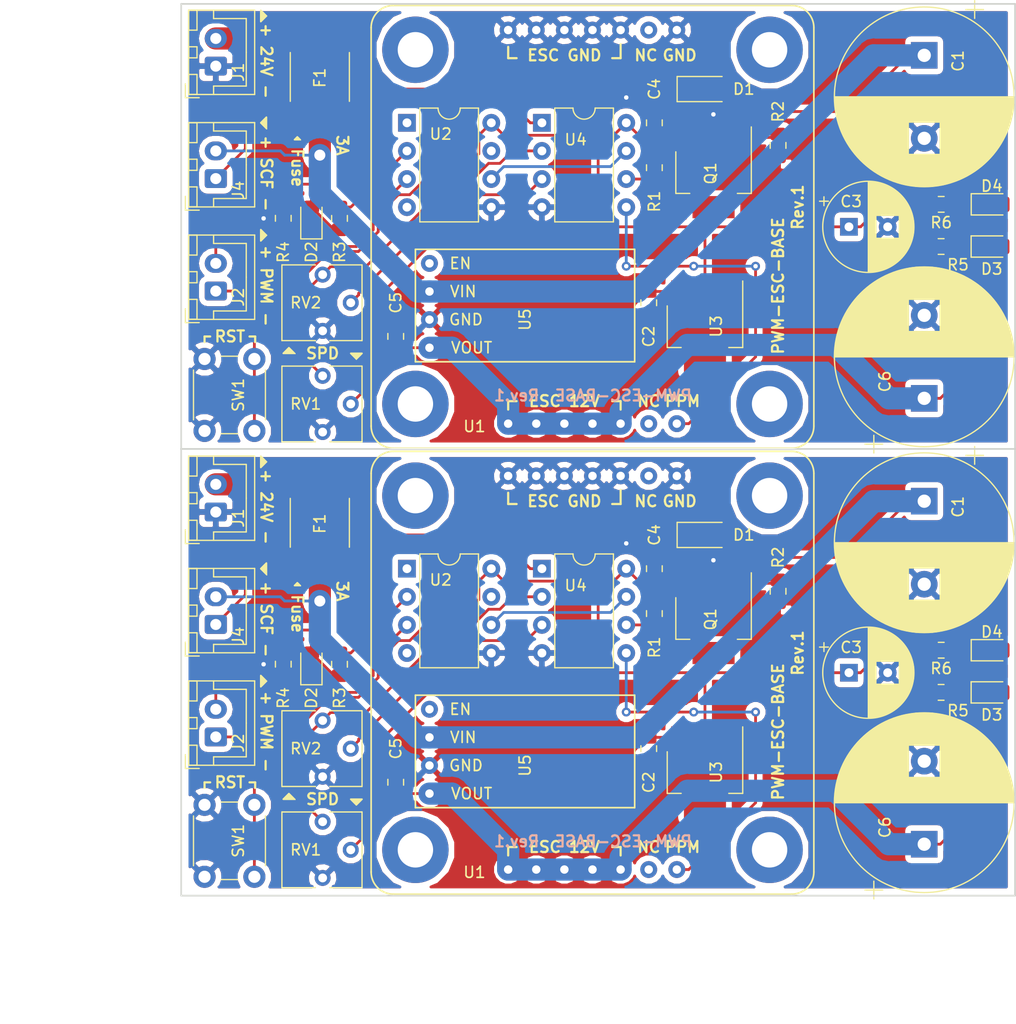
<source format=kicad_pcb>
(kicad_pcb (version 20171130) (host pcbnew 5.0.2+dfsg1-1)
  (layers (0 F.Cu signal) (31 B.Cu signal) (34 B.Paste user) (35 F.Paste user) (36 B.SilkS user) (37 F.SilkS user) (38 B.Mask user) (39 F.Mask user) (44 Edge.Cuts user))
  (net 0 "")
  (net 1 GND)
  (net 2 24V)
  (net 3 5V)
  (net 4 12V)
  (net 5 "Net-(D1-Pad1)")
  (net 6 "Net-(D2-Pad1)")
  (net 7 "Net-(D3-Pad1)")
  (net 8 "Net-(D4-Pad1)")
  (net 9 "Net-(F1-Pad2)")
  (net 10 "Net-(Q1-Pad1)")
  (net 11 FAN)
  (net 12 "Net-(RV1-Pad2)")
  (net 13 "Net-(RV2-Pad2)")
  (net 14 "Net-(SW1-Pad1)")
  (net 15 PPM)
  (net 16 PWM)
  (net 17 "Net-(R3-Pad1)")
  (net 18 "Net-(J2-Pad1)")
  (module Fuse:Fuse_2920_7451Metric_Pad2.10x5.45mm_HandSolder (layer F.Cu) (at 122.174 128.593002 90)
    (fp_text reference F1 (at -0.081 0 90) (layer F.SilkS))
    (fp_text value Fuse)
    (pad 2 smd roundrect (at 3.475 0 90) (size 2.1 5.45) (layers F.Cu F.Paste F.Mask) (roundrect_rratio 0.119048) (net 9 "Net-(F1-Pad2)"))
    (pad 1 smd roundrect (at -3.475 0 90) (size 2.1 5.45) (layers F.Cu F.Paste F.Mask) (roundrect_rratio 0.119048) (net 2 24V))
  )
  (module custom-footprints:4010-fan-ESC (layer F.Cu) (at 146.81 142.138002)
    (fp_text reference U1 (at -10.666 18.032) (layer F.SilkS))
    (fp_text value 4010-fan-ESC)
    (pad 14 thru_hole circle (at 7.62 17.78) (size 1.524 1.524) (drill 0.762) (layers *.Cu *.Mask) (net 15 PPM))
    (pad 13 thru_hole circle (at 5.08 17.78) (size 1.524 1.524) (drill 0.762) (layers *.Cu *.Mask))
    (pad 12 thru_hole circle (at 2.54 17.78) (size 1.524 1.524) (drill 0.762) (layers *.Cu *.Mask) (net 4 12V))
    (pad 11 thru_hole circle (at 0 17.78) (size 1.524 1.524) (drill 0.762) (layers *.Cu *.Mask) (net 4 12V))
    (pad 10 thru_hole circle (at -2.54 17.78) (size 1.524 1.524) (drill 0.762) (layers *.Cu *.Mask) (net 4 12V))
    (pad 9 thru_hole circle (at -5.08 17.78) (size 1.524 1.524) (drill 0.762) (layers *.Cu *.Mask) (net 4 12V))
    (pad 8 thru_hole circle (at -7.62 17.78) (size 1.524 1.524) (drill 0.762) (layers *.Cu *.Mask) (net 4 12V))
    (pad 7 thru_hole circle (at 7.62 -17.78) (size 1.524 1.524) (drill 0.762) (layers *.Cu *.Mask) (net 1 GND))
    (pad 6 thru_hole circle (at 5.08 -17.78) (size 1.524 1.524) (drill 0.762) (layers *.Cu *.Mask))
    (pad 5 thru_hole circle (at 2.54 -17.78) (size 1.524 1.524) (drill 0.762) (layers *.Cu *.Mask) (net 1 GND))
    (pad 4 thru_hole circle (at 0 -17.78) (size 1.524 1.524) (drill 0.762) (layers *.Cu *.Mask) (net 1 GND))
    (pad 3 thru_hole circle (at -2.54 -17.78) (size 1.524 1.524) (drill 0.762) (layers *.Cu *.Mask) (net 1 GND))
    (pad 2 thru_hole circle (at -5.08 -17.78) (size 1.524 1.524) (drill 0.762) (layers *.Cu *.Mask) (net 1 GND))
    (pad 1 thru_hole circle (at -7.62 -17.78) (size 1.524 1.524) (drill 0.762) (layers *.Cu *.Mask) (net 1 GND))
    (pad "" thru_hole circle (at -16 16) (size 6 6) (drill 3.2) (layers *.Cu *.Mask))
    (pad "" thru_hole circle (at 16 -16) (size 6 6) (drill 3.2) (layers *.Cu *.Mask))
    (pad "" thru_hole circle (at -16 -16) (size 6 6) (drill 3.2) (layers *.Cu *.Mask))
    (pad "" thru_hole circle (at 16 16) (size 6 6) (drill 3.2) (layers *.Cu *.Mask))
  )
  (module LED_SMD:LED_1206_3216Metric_Pad1.42x1.75mm_HandSolder (layer F.Cu) (at 156.9175 129.690002)
    (fp_text reference D1 (at 3.565 0) (layer F.SilkS))
    (fp_text value 1N4148)
    (pad 2 smd roundrect (at 1.4875 0) (size 1.425 1.75) (layers F.Cu F.Paste F.Mask) (roundrect_rratio 0.175439) (net 2 24V))
    (pad 1 smd roundrect (at -1.4875 0) (size 1.425 1.75) (layers F.Cu F.Paste F.Mask) (roundrect_rratio 0.175439) (net 5 "Net-(D1-Pad1)"))
  )
  (module custom-footprints:Buck-converter-3A (layer F.Cu) (at 132.08 147.978002 270)
    (fp_text reference U5 (at 2.54 -8.636 270) (layer F.SilkS))
    (fp_text value buck-converter-3A)
    (fp_text user VOUT (at 5.08 -3.81) (layer F.SilkS))
    (fp_text user GND (at 2.54 -3.302) (layer F.SilkS))
    (fp_text user VIN (at 0 -3.048 180) (layer F.SilkS))
    (fp_text user EN (at -2.54 -2.794) (layer F.SilkS))
    (pad 4 thru_hole circle (at 5.08 0 270) (size 1.524 1.524) (drill 0.762) (layers *.Cu *.Mask) (net 4 12V))
    (pad 3 thru_hole circle (at 2.54 0 270) (size 1.524 1.524) (drill 0.762) (layers *.Cu *.Mask) (net 1 GND))
    (pad 2 thru_hole circle (at 0 0 270) (size 1.524 1.524) (drill 0.762) (layers *.Cu *.Mask) (net 2 24V))
    (pad 1 thru_hole circle (at -2.54 0 270) (size 1.524 1.524) (drill 0.762) (layers *.Cu *.Mask))
  )
  (module Package_DIP:DIP-8_W7.62mm (layer F.Cu) (at 142.24 132.738002)
    (fp_text reference U4 (at 3.048 1.524) (layer F.SilkS))
    (fp_text value ATtiny85-20PU)
    (pad 1 thru_hole rect (at 0 0) (size 1.6 1.6) (drill 0.8) (layers *.Cu *.Mask) (net 14 "Net-(SW1-Pad1)"))
    (pad 5 thru_hole oval (at 7.62 7.62) (size 1.6 1.6) (drill 0.8) (layers *.Cu *.Mask) (net 15 PPM))
    (pad 2 thru_hole oval (at 0 2.54) (size 1.6 1.6) (drill 0.8) (layers *.Cu *.Mask) (net 13 "Net-(RV2-Pad2)"))
    (pad 6 thru_hole oval (at 7.62 5.08) (size 1.6 1.6) (drill 0.8) (layers *.Cu *.Mask) (net 11 FAN))
    (pad 3 thru_hole oval (at 0 5.08) (size 1.6 1.6) (drill 0.8) (layers *.Cu *.Mask) (net 12 "Net-(RV1-Pad2)"))
    (pad 7 thru_hole oval (at 7.62 2.54) (size 1.6 1.6) (drill 0.8) (layers *.Cu *.Mask) (net 16 PWM))
    (pad 4 thru_hole oval (at 0 7.62) (size 1.6 1.6) (drill 0.8) (layers *.Cu *.Mask) (net 1 GND))
    (pad 8 thru_hole oval (at 7.62 0) (size 1.6 1.6) (drill 0.8) (layers *.Cu *.Mask) (net 3 5V))
  )
  (module Package_TO_SOT_SMD:SOT-223 (layer F.Cu) (at 156.972 151.128002 270)
    (fp_text reference U3 (at 0 -1.016 270) (layer F.SilkS))
    (fp_text value LD1117V5)
    (pad 1 smd rect (at -3.15 -2.3 270) (size 2 1.5) (layers F.Cu F.Paste F.Mask) (net 1 GND))
    (pad 3 smd rect (at -3.15 2.3 270) (size 2 1.5) (layers F.Cu F.Paste F.Mask) (net 2 24V))
    (pad 2 smd rect (at -3.15 0 270) (size 2 1.5) (layers F.Cu F.Paste F.Mask) (net 3 5V))
    (pad 4 smd rect (at 3.15 0 270) (size 2 3.8) (layers F.Cu F.Paste F.Mask))
  )
  (module Package_DIP:DIP-8_W7.62mm (layer F.Cu) (at 130.048 132.738002)
    (fp_text reference U2 (at 3.048 1.016) (layer F.SilkS))
    (fp_text value Optocoupler-PS9513-AX)
    (pad 8 thru_hole oval (at 7.62 0) (size 1.6 1.6) (drill 0.8) (layers *.Cu *.Mask) (net 3 5V))
    (pad 4 thru_hole oval (at 0 7.62) (size 1.6 1.6) (drill 0.8) (layers *.Cu *.Mask))
    (pad 7 thru_hole oval (at 7.62 2.54) (size 1.6 1.6) (drill 0.8) (layers *.Cu *.Mask))
    (pad 3 thru_hole oval (at 0 5.08) (size 1.6 1.6) (drill 0.8) (layers *.Cu *.Mask) (net 18 "Net-(J2-Pad1)"))
    (pad 6 thru_hole oval (at 7.62 5.08) (size 1.6 1.6) (drill 0.8) (layers *.Cu *.Mask) (net 16 PWM))
    (pad 2 thru_hole oval (at 0 2.54) (size 1.6 1.6) (drill 0.8) (layers *.Cu *.Mask) (net 17 "Net-(R3-Pad1)"))
    (pad 5 thru_hole oval (at 7.62 7.62) (size 1.6 1.6) (drill 0.8) (layers *.Cu *.Mask) (net 1 GND))
    (pad 1 thru_hole rect (at 0 0) (size 1.6 1.6) (drill 0.8) (layers *.Cu *.Mask))
  )
  (module Button_Switch_THT:SW_PUSH_6mm_H5mm (layer F.Cu) (at 116.26 154.074002 270)
    (fp_text reference SW1 (at 3.25 1.452 270) (layer F.SilkS))
    (fp_text value SW_Push)
    (pad 1 thru_hole circle (at 6.5 0) (size 2 2) (drill 1.1) (layers *.Cu *.Mask) (net 14 "Net-(SW1-Pad1)"))
    (pad 2 thru_hole circle (at 6.5 4.5) (size 2 2) (drill 1.1) (layers *.Cu *.Mask) (net 1 GND))
    (pad 1 thru_hole circle (at 0 0) (size 2 2) (drill 1.1) (layers *.Cu *.Mask) (net 14 "Net-(SW1-Pad1)"))
    (pad 2 thru_hole circle (at 0 4.5) (size 2 2) (drill 1.1) (layers *.Cu *.Mask) (net 1 GND))
  )
  (module Potentiometer_THT:Potentiometer_Vishay_T73YP_Vertical (layer F.Cu) (at 122.428 151.534002)
    (fp_text reference RV2 (at -1.524 -2.54) (layer F.SilkS))
    (fp_text value R_POT_US)
    (pad 1 thru_hole circle (at 0 0) (size 1.44 1.44) (drill 0.8) (layers *.Cu *.Mask) (net 1 GND))
    (pad 2 thru_hole circle (at 2.54 -2.54) (size 1.44 1.44) (drill 0.8) (layers *.Cu *.Mask) (net 13 "Net-(RV2-Pad2)"))
    (pad 3 thru_hole circle (at 0 -5.08) (size 1.44 1.44) (drill 0.8) (layers *.Cu *.Mask) (net 3 5V))
  )
  (module Potentiometer_THT:Potentiometer_Vishay_T73YP_Vertical (layer F.Cu) (at 122.428 160.678002)
    (fp_text reference RV1 (at -1.524 -2.54) (layer F.SilkS))
    (fp_text value R_POT_US)
    (pad 3 thru_hole circle (at 0 -5.08) (size 1.44 1.44) (drill 0.8) (layers *.Cu *.Mask) (net 3 5V))
    (pad 2 thru_hole circle (at 2.54 -2.54) (size 1.44 1.44) (drill 0.8) (layers *.Cu *.Mask) (net 12 "Net-(RV1-Pad2)"))
    (pad 1 thru_hole circle (at 0 0) (size 1.44 1.44) (drill 0.8) (layers *.Cu *.Mask) (net 1 GND))
  )
  (module Resistor_SMD:R_0805_2012Metric_Pad1.15x1.40mm_HandSolder (layer F.Cu) (at 178.317 140.104002 180)
    (fp_text reference R6 (at 0 -1.65 180) (layer F.SilkS))
    (fp_text value 1K)
    (pad 1 smd roundrect (at -1.025 0 180) (size 1.15 1.4) (layers F.Cu F.Paste F.Mask) (roundrect_rratio 0.217391) (net 8 "Net-(D4-Pad1)"))
    (pad 2 smd roundrect (at 1.025 0 180) (size 1.15 1.4) (layers F.Cu F.Paste F.Mask) (roundrect_rratio 0.217391) (net 1 GND))
  )
  (module Resistor_SMD:R_0805_2012Metric_Pad1.15x1.40mm_HandSolder (layer F.Cu) (at 178.308 143.914002 180)
    (fp_text reference R5 (at -1.524 -1.65 180) (layer F.SilkS))
    (fp_text value 2K2)
    (pad 1 smd roundrect (at -1.025 0 180) (size 1.15 1.4) (layers F.Cu F.Paste F.Mask) (roundrect_rratio 0.217391) (net 7 "Net-(D3-Pad1)"))
    (pad 2 smd roundrect (at 1.025 0 180) (size 1.15 1.4) (layers F.Cu F.Paste F.Mask) (roundrect_rratio 0.217391) (net 1 GND))
  )
  (module Resistor_SMD:R_0805_2012Metric_Pad1.15x1.40mm_HandSolder (layer F.Cu) (at 118.872 141.365002 90)
    (fp_text reference R4 (at -3.057 0 90) (layer F.SilkS))
    (fp_text value 4K7)
    (pad 2 smd roundrect (at 1.025 0 90) (size 1.15 1.4) (layers F.Cu F.Paste F.Mask) (roundrect_rratio 0.217391) (net 1 GND))
    (pad 1 smd roundrect (at -1.025 0 90) (size 1.15 1.4) (layers F.Cu F.Paste F.Mask) (roundrect_rratio 0.217391) (net 6 "Net-(D2-Pad1)"))
  )
  (module Resistor_SMD:R_0805_2012Metric_Pad1.15x1.40mm_HandSolder (layer F.Cu) (at 163.576 134.779002 90)
    (fp_text reference R2 (at 3.057 0 90) (layer F.SilkS))
    (fp_text value 10K)
    (pad 2 smd roundrect (at 1.025 0 90) (size 1.15 1.4) (layers F.Cu F.Paste F.Mask) (roundrect_rratio 0.217391) (net 10 "Net-(Q1-Pad1)"))
    (pad 1 smd roundrect (at -1.025 0 90) (size 1.15 1.4) (layers F.Cu F.Paste F.Mask) (roundrect_rratio 0.217391) (net 1 GND))
  )
  (module Resistor_SMD:R_0805_2012Metric_Pad1.15x1.40mm_HandSolder (layer F.Cu) (at 152.4 136.793002 270)
    (fp_text reference R1 (at 3.057 0 270) (layer F.SilkS))
    (fp_text value 1K)
    (pad 1 smd roundrect (at -1.025 0 270) (size 1.15 1.4) (layers F.Cu F.Paste F.Mask) (roundrect_rratio 0.217391) (net 10 "Net-(Q1-Pad1)"))
    (pad 2 smd roundrect (at 1.025 0 270) (size 1.15 1.4) (layers F.Cu F.Paste F.Mask) (roundrect_rratio 0.217391) (net 11 FAN))
  )
  (module Package_TO_SOT_SMD:SOT-223 (layer F.Cu) (at 157.748 137.208002 270)
    (fp_text reference Q1 (at 0.102 0.268 270) (layer F.SilkS))
    (fp_text value NCV8402ASTT3G)
    (pad 4 smd rect (at 3.15 0 270) (size 2 3.8) (layers F.Cu F.Paste F.Mask))
    (pad 2 smd rect (at -3.15 0 270) (size 2 1.5) (layers F.Cu F.Paste F.Mask) (net 1 GND))
    (pad 3 smd rect (at -3.15 2.3 270) (size 2 1.5) (layers F.Cu F.Paste F.Mask) (net 5 "Net-(D1-Pad1)"))
    (pad 1 smd rect (at -3.15 -2.3 270) (size 2 1.5) (layers F.Cu F.Paste F.Mask) (net 10 "Net-(Q1-Pad1)"))
  )
  (module Connector_JST:JST_XH_B02B-XH-A_1x02_P2.50mm_Vertical (layer F.Cu) (at 112.776 137.778002 90)
    (fp_text reference J4 (at -1.056 2.032 90) (layer F.SilkS))
    (fp_text value COOLING)
    (pad 2 thru_hole oval (at 2.5 0 90) (size 1.7 2) (drill 1) (layers *.Cu *.Mask) (net 2 24V))
    (pad 1 thru_hole roundrect (at 0 0 90) (size 1.7 2) (drill 1) (layers *.Cu *.Mask) (roundrect_rratio 0.147059) (net 5 "Net-(D1-Pad1)"))
  )
  (module Connector_JST:JST_XH_B02B-XH-A_1x02_P2.50mm_Vertical (layer F.Cu) (at 112.776 147.938002 90)
    (fp_text reference J2 (at -0.548 2.032 90) (layer F.SilkS))
    (fp_text value PWM)
    (pad 2 thru_hole oval (at 2.5 0 90) (size 1.7 2) (drill 1) (layers *.Cu *.Mask) (net 2 24V))
    (pad 1 thru_hole roundrect (at 0 0 90) (size 1.7 2) (drill 1) (layers *.Cu *.Mask) (roundrect_rratio 0.147059) (net 18 "Net-(J2-Pad1)"))
  )
  (module Connector_JST:JST_XH_B02B-XH-A_1x02_P2.50mm_Vertical (layer F.Cu) (at 112.776 127.618002 90)
    (fp_text reference J1 (at -0.548 2.032 90) (layer F.SilkS))
    (fp_text value PWR)
    (pad 1 thru_hole roundrect (at 0 0 90) (size 1.7 2) (drill 1) (layers *.Cu *.Mask) (roundrect_rratio 0.147059) (net 1 GND))
    (pad 2 thru_hole oval (at 2.5 0 90) (size 1.7 2) (drill 1) (layers *.Cu *.Mask) (net 9 "Net-(F1-Pad2)"))
  )
  (module LED_SMD:LED_0805_2012Metric_Pad1.15x1.40mm_HandSolder (layer F.Cu) (at 182.889 140.104002)
    (fp_text reference D4 (at 0 -1.65) (layer F.SilkS))
    (fp_text value LED)
    (pad 1 smd roundrect (at -1.025 0) (size 1.15 1.4) (layers F.Cu F.Paste F.Mask) (roundrect_rratio 0.217391) (net 8 "Net-(D4-Pad1)"))
    (pad 2 smd roundrect (at 1.025 0) (size 1.15 1.4) (layers F.Cu F.Paste F.Mask) (roundrect_rratio 0.217391) (net 3 5V))
  )
  (module LED_SMD:LED_0805_2012Metric_Pad1.15x1.40mm_HandSolder (layer F.Cu) (at 182.88 143.914002)
    (fp_text reference D3 (at 0 2.032) (layer F.SilkS))
    (fp_text value LED)
    (pad 2 smd roundrect (at 1.025 0) (size 1.15 1.4) (layers F.Cu F.Paste F.Mask) (roundrect_rratio 0.217391) (net 4 12V))
    (pad 1 smd roundrect (at -1.025 0) (size 1.15 1.4) (layers F.Cu F.Paste F.Mask) (roundrect_rratio 0.217391) (net 7 "Net-(D3-Pad1)"))
  )
  (module LED_SMD:LED_0805_2012Metric_Pad1.15x1.40mm_HandSolder (layer F.Cu) (at 121.412 141.365002 90)
    (fp_text reference D2 (at -3.057 0 90) (layer F.SilkS))
    (fp_text value LED)
    (pad 2 smd roundrect (at 1.025 0 90) (size 1.15 1.4) (layers F.Cu F.Paste F.Mask) (roundrect_rratio 0.217391) (net 2 24V))
    (pad 1 smd roundrect (at -1.025 0 90) (size 1.15 1.4) (layers F.Cu F.Paste F.Mask) (roundrect_rratio 0.217391) (net 6 "Net-(D2-Pad1)"))
  )
  (module Capacitor_THT:CP_Radial_D16.0mm_P7.50mm (layer F.Cu) (at 176.784 157.630002 90)
    (fp_text reference C6 (at 1.524 -3.556 90) (layer F.SilkS))
    (fp_text value CP)
    (pad 2 thru_hole circle (at 7.5 0 90) (size 2.4 2.4) (drill 1.2) (layers *.Cu *.Mask) (net 1 GND))
    (pad 1 thru_hole rect (at 0 0 90) (size 2.4 2.4) (drill 1.2) (layers *.Cu *.Mask) (net 4 12V))
  )
  (module Capacitor_SMD:C_0805_2012Metric_Pad1.15x1.40mm_HandSolder (layer F.Cu) (at 129.032 152.033002 90)
    (fp_text reference C5 (at 3.039 0 90) (layer F.SilkS))
    (fp_text value 100n)
    (pad 1 smd roundrect (at -1.025 0 90) (size 1.15 1.4) (layers F.Cu F.Paste F.Mask) (roundrect_rratio 0.217391) (net 4 12V))
    (pad 2 smd roundrect (at 1.025 0 90) (size 1.15 1.4) (layers F.Cu F.Paste F.Mask) (roundrect_rratio 0.217391) (net 1 GND))
  )
  (module Capacitor_SMD:C_0805_2012Metric_Pad1.15x1.40mm_HandSolder (layer F.Cu) (at 152.4 132.738002 90)
    (fp_text reference C4 (at 3.048 0 90) (layer F.SilkS))
    (fp_text value 100n)
    (pad 2 smd roundrect (at 1.025 0 90) (size 1.15 1.4) (layers F.Cu F.Paste F.Mask) (roundrect_rratio 0.217391) (net 1 GND))
    (pad 1 smd roundrect (at -1.025 0 90) (size 1.15 1.4) (layers F.Cu F.Paste F.Mask) (roundrect_rratio 0.217391) (net 3 5V))
  )
  (module Capacitor_THT:CP_Radial_D8.0mm_P3.50mm (layer F.Cu) (at 169.982 142.136002)
    (fp_text reference C3 (at 0.198 -2.286) (layer F.SilkS))
    (fp_text value 1000u)
    (pad 2 thru_hole circle (at 3.5 0) (size 1.6 1.6) (drill 0.8) (layers *.Cu *.Mask) (net 1 GND))
    (pad 1 thru_hole rect (at 0 0) (size 1.6 1.6) (drill 0.8) (layers *.Cu *.Mask) (net 3 5V))
  )
  (module Capacitor_SMD:C_0805_2012Metric_Pad1.15x1.40mm_HandSolder (layer F.Cu) (at 151.892 148.994002 270)
    (fp_text reference C2 (at 3.048 0 270) (layer F.SilkS))
    (fp_text value 100n)
    (pad 2 smd roundrect (at 1.025 0 270) (size 1.15 1.4) (layers F.Cu F.Paste F.Mask) (roundrect_rratio 0.217391) (net 1 GND))
    (pad 1 smd roundrect (at -1.025 0 270) (size 1.15 1.4) (layers F.Cu F.Paste F.Mask) (roundrect_rratio 0.217391) (net 2 24V))
  )
  (module Capacitor_THT:CP_Radial_D16.0mm_P7.50mm (layer F.Cu) (at 176.784 126.642002 270)
    (fp_text reference C1 (at 0.508 -3.048 270) (layer F.SilkS))
    (fp_text value 1000)
    (pad 1 thru_hole rect (at 0 0 270) (size 2.4 2.4) (drill 1.2) (layers *.Cu *.Mask) (net 2 24V))
    (pad 2 thru_hole circle (at 7.5 0 270) (size 2.4 2.4) (drill 1.2) (layers *.Cu *.Mask) (net 1 GND))
  )
  (module Resistor_SMD:R_0805_2012Metric_Pad1.15x1.40mm_HandSolder (layer F.Cu) (at 123.952 141.374002 270)
    (fp_text reference R3 (at 3.048 0 270) (layer F.SilkS))
    (fp_text value 3K3)
    (pad 2 smd roundrect (at 1.025 0 270) (size 1.15 1.4) (layers F.Cu F.Paste F.Mask) (roundrect_rratio 0.217391) (net 2 24V))
    (pad 1 smd roundrect (at -1.025 0 270) (size 1.15 1.4) (layers F.Cu F.Paste F.Mask) (roundrect_rratio 0.217391) (net 17 "Net-(R3-Pad1)"))
  )
  (module Resistor_SMD:R_0805_2012Metric_Pad1.15x1.40mm_HandSolder (layer F.Cu) (at 123.952 101.092 270)
    (fp_text reference R3 (at 3.048 0 270) (layer F.SilkS))
    (fp_text value 3K3)
    (pad 1 smd roundrect (at -1.025 0 270) (size 1.15 1.4) (layers F.Cu F.Paste F.Mask) (roundrect_rratio 0.217391) (net 17 "Net-(R3-Pad1)"))
    (pad 2 smd roundrect (at 1.025 0 270) (size 1.15 1.4) (layers F.Cu F.Paste F.Mask) (roundrect_rratio 0.217391) (net 2 24V))
  )
  (module Capacitor_THT:CP_Radial_D16.0mm_P7.50mm (layer F.Cu) (at 176.784 86.36 270)
    (fp_text reference C1 (at 0.508 -3.048 270) (layer F.SilkS))
    (fp_text value 1000)
    (pad 2 thru_hole circle (at 7.5 0 270) (size 2.4 2.4) (drill 1.2) (layers *.Cu *.Mask) (net 1 GND))
    (pad 1 thru_hole rect (at 0 0 270) (size 2.4 2.4) (drill 1.2) (layers *.Cu *.Mask) (net 2 24V))
  )
  (module Capacitor_SMD:C_0805_2012Metric_Pad1.15x1.40mm_HandSolder (layer F.Cu) (at 151.892 108.712 270)
    (fp_text reference C2 (at 3.048 0 270) (layer F.SilkS))
    (fp_text value 100n)
    (pad 1 smd roundrect (at -1.025 0 270) (size 1.15 1.4) (layers F.Cu F.Paste F.Mask) (roundrect_rratio 0.217391) (net 2 24V))
    (pad 2 smd roundrect (at 1.025 0 270) (size 1.15 1.4) (layers F.Cu F.Paste F.Mask) (roundrect_rratio 0.217391) (net 1 GND))
  )
  (module Capacitor_THT:CP_Radial_D8.0mm_P3.50mm (layer F.Cu) (at 169.982 101.854)
    (fp_text reference C3 (at 0.198 -2.286) (layer F.SilkS))
    (fp_text value 1000u)
    (pad 1 thru_hole rect (at 0 0) (size 1.6 1.6) (drill 0.8) (layers *.Cu *.Mask) (net 3 5V))
    (pad 2 thru_hole circle (at 3.5 0) (size 1.6 1.6) (drill 0.8) (layers *.Cu *.Mask) (net 1 GND))
  )
  (module Capacitor_SMD:C_0805_2012Metric_Pad1.15x1.40mm_HandSolder (layer F.Cu) (at 152.4 92.456 90)
    (fp_text reference C4 (at 3.048 0 90) (layer F.SilkS))
    (fp_text value 100n)
    (pad 1 smd roundrect (at -1.025 0 90) (size 1.15 1.4) (layers F.Cu F.Paste F.Mask) (roundrect_rratio 0.217391) (net 3 5V))
    (pad 2 smd roundrect (at 1.025 0 90) (size 1.15 1.4) (layers F.Cu F.Paste F.Mask) (roundrect_rratio 0.217391) (net 1 GND))
  )
  (module Capacitor_SMD:C_0805_2012Metric_Pad1.15x1.40mm_HandSolder (layer F.Cu) (at 129.032 111.751 90)
    (fp_text reference C5 (at 3.039 0 90) (layer F.SilkS))
    (fp_text value 100n)
    (pad 2 smd roundrect (at 1.025 0 90) (size 1.15 1.4) (layers F.Cu F.Paste F.Mask) (roundrect_rratio 0.217391) (net 1 GND))
    (pad 1 smd roundrect (at -1.025 0 90) (size 1.15 1.4) (layers F.Cu F.Paste F.Mask) (roundrect_rratio 0.217391) (net 4 12V))
  )
  (module Capacitor_THT:CP_Radial_D16.0mm_P7.50mm (layer F.Cu) (at 176.784 117.348 90)
    (fp_text reference C6 (at 1.524 -3.556 90) (layer F.SilkS))
    (fp_text value CP)
    (pad 1 thru_hole rect (at 0 0 90) (size 2.4 2.4) (drill 1.2) (layers *.Cu *.Mask) (net 4 12V))
    (pad 2 thru_hole circle (at 7.5 0 90) (size 2.4 2.4) (drill 1.2) (layers *.Cu *.Mask) (net 1 GND))
  )
  (module LED_SMD:LED_0805_2012Metric_Pad1.15x1.40mm_HandSolder (layer F.Cu) (at 121.412 101.083 90)
    (fp_text reference D2 (at -3.057 0 90) (layer F.SilkS))
    (fp_text value LED)
    (pad 1 smd roundrect (at -1.025 0 90) (size 1.15 1.4) (layers F.Cu F.Paste F.Mask) (roundrect_rratio 0.217391) (net 6 "Net-(D2-Pad1)"))
    (pad 2 smd roundrect (at 1.025 0 90) (size 1.15 1.4) (layers F.Cu F.Paste F.Mask) (roundrect_rratio 0.217391) (net 2 24V))
  )
  (module LED_SMD:LED_0805_2012Metric_Pad1.15x1.40mm_HandSolder (layer F.Cu) (at 182.88 103.632)
    (fp_text reference D3 (at 0 2.032) (layer F.SilkS))
    (fp_text value LED)
    (pad 1 smd roundrect (at -1.025 0) (size 1.15 1.4) (layers F.Cu F.Paste F.Mask) (roundrect_rratio 0.217391) (net 7 "Net-(D3-Pad1)"))
    (pad 2 smd roundrect (at 1.025 0) (size 1.15 1.4) (layers F.Cu F.Paste F.Mask) (roundrect_rratio 0.217391) (net 4 12V))
  )
  (module LED_SMD:LED_0805_2012Metric_Pad1.15x1.40mm_HandSolder (layer F.Cu) (at 182.889 99.822)
    (fp_text reference D4 (at 0 -1.65) (layer F.SilkS))
    (fp_text value LED)
    (pad 2 smd roundrect (at 1.025 0) (size 1.15 1.4) (layers F.Cu F.Paste F.Mask) (roundrect_rratio 0.217391) (net 3 5V))
    (pad 1 smd roundrect (at -1.025 0) (size 1.15 1.4) (layers F.Cu F.Paste F.Mask) (roundrect_rratio 0.217391) (net 8 "Net-(D4-Pad1)"))
  )
  (module Connector_JST:JST_XH_B02B-XH-A_1x02_P2.50mm_Vertical (layer F.Cu) (at 112.776 87.336 90)
    (fp_text reference J1 (at -0.548 2.032 90) (layer F.SilkS))
    (fp_text value PWR)
    (pad 2 thru_hole oval (at 2.5 0 90) (size 1.7 2) (drill 1) (layers *.Cu *.Mask) (net 9 "Net-(F1-Pad2)"))
    (pad 1 thru_hole roundrect (at 0 0 90) (size 1.7 2) (drill 1) (layers *.Cu *.Mask) (roundrect_rratio 0.147059) (net 1 GND))
  )
  (module Connector_JST:JST_XH_B02B-XH-A_1x02_P2.50mm_Vertical (layer F.Cu) (at 112.776 107.656 90)
    (fp_text reference J2 (at -0.548 2.032 90) (layer F.SilkS))
    (fp_text value PWM)
    (pad 1 thru_hole roundrect (at 0 0 90) (size 1.7 2) (drill 1) (layers *.Cu *.Mask) (roundrect_rratio 0.147059) (net 18 "Net-(J2-Pad1)"))
    (pad 2 thru_hole oval (at 2.5 0 90) (size 1.7 2) (drill 1) (layers *.Cu *.Mask) (net 2 24V))
  )
  (module Connector_JST:JST_XH_B02B-XH-A_1x02_P2.50mm_Vertical (layer F.Cu) (at 112.776 97.496 90)
    (fp_text reference J4 (at -1.056 2.032 90) (layer F.SilkS))
    (fp_text value COOLING)
    (pad 1 thru_hole roundrect (at 0 0 90) (size 1.7 2) (drill 1) (layers *.Cu *.Mask) (roundrect_rratio 0.147059) (net 5 "Net-(D1-Pad1)"))
    (pad 2 thru_hole oval (at 2.5 0 90) (size 1.7 2) (drill 1) (layers *.Cu *.Mask) (net 2 24V))
  )
  (module Package_TO_SOT_SMD:SOT-223 (layer F.Cu) (at 157.748 96.926 270)
    (fp_text reference Q1 (at 0.102 0.268 270) (layer F.SilkS))
    (fp_text value NCV8402ASTT3G)
    (pad 1 smd rect (at -3.15 -2.3 270) (size 2 1.5) (layers F.Cu F.Paste F.Mask) (net 10 "Net-(Q1-Pad1)"))
    (pad 3 smd rect (at -3.15 2.3 270) (size 2 1.5) (layers F.Cu F.Paste F.Mask) (net 5 "Net-(D1-Pad1)"))
    (pad 2 smd rect (at -3.15 0 270) (size 2 1.5) (layers F.Cu F.Paste F.Mask) (net 1 GND))
    (pad 4 smd rect (at 3.15 0 270) (size 2 3.8) (layers F.Cu F.Paste F.Mask))
  )
  (module Resistor_SMD:R_0805_2012Metric_Pad1.15x1.40mm_HandSolder (layer F.Cu) (at 152.4 96.511 270)
    (fp_text reference R1 (at 3.057 0 270) (layer F.SilkS))
    (fp_text value 1K)
    (pad 2 smd roundrect (at 1.025 0 270) (size 1.15 1.4) (layers F.Cu F.Paste F.Mask) (roundrect_rratio 0.217391) (net 11 FAN))
    (pad 1 smd roundrect (at -1.025 0 270) (size 1.15 1.4) (layers F.Cu F.Paste F.Mask) (roundrect_rratio 0.217391) (net 10 "Net-(Q1-Pad1)"))
  )
  (module Resistor_SMD:R_0805_2012Metric_Pad1.15x1.40mm_HandSolder (layer F.Cu) (at 163.576 94.497 90)
    (fp_text reference R2 (at 3.057 0 90) (layer F.SilkS))
    (fp_text value 10K)
    (pad 1 smd roundrect (at -1.025 0 90) (size 1.15 1.4) (layers F.Cu F.Paste F.Mask) (roundrect_rratio 0.217391) (net 1 GND))
    (pad 2 smd roundrect (at 1.025 0 90) (size 1.15 1.4) (layers F.Cu F.Paste F.Mask) (roundrect_rratio 0.217391) (net 10 "Net-(Q1-Pad1)"))
  )
  (module Resistor_SMD:R_0805_2012Metric_Pad1.15x1.40mm_HandSolder (layer F.Cu) (at 118.872 101.083 90)
    (fp_text reference R4 (at -3.057 0 90) (layer F.SilkS))
    (fp_text value 4K7)
    (pad 1 smd roundrect (at -1.025 0 90) (size 1.15 1.4) (layers F.Cu F.Paste F.Mask) (roundrect_rratio 0.217391) (net 6 "Net-(D2-Pad1)"))
    (pad 2 smd roundrect (at 1.025 0 90) (size 1.15 1.4) (layers F.Cu F.Paste F.Mask) (roundrect_rratio 0.217391) (net 1 GND))
  )
  (module Resistor_SMD:R_0805_2012Metric_Pad1.15x1.40mm_HandSolder (layer F.Cu) (at 178.308 103.632 180)
    (fp_text reference R5 (at -1.524 -1.65 180) (layer F.SilkS))
    (fp_text value 2K2)
    (pad 2 smd roundrect (at 1.025 0 180) (size 1.15 1.4) (layers F.Cu F.Paste F.Mask) (roundrect_rratio 0.217391) (net 1 GND))
    (pad 1 smd roundrect (at -1.025 0 180) (size 1.15 1.4) (layers F.Cu F.Paste F.Mask) (roundrect_rratio 0.217391) (net 7 "Net-(D3-Pad1)"))
  )
  (module Resistor_SMD:R_0805_2012Metric_Pad1.15x1.40mm_HandSolder (layer F.Cu) (at 178.317 99.822 180)
    (fp_text reference R6 (at 0 -1.65 180) (layer F.SilkS))
    (fp_text value 1K)
    (pad 2 smd roundrect (at 1.025 0 180) (size 1.15 1.4) (layers F.Cu F.Paste F.Mask) (roundrect_rratio 0.217391) (net 1 GND))
    (pad 1 smd roundrect (at -1.025 0 180) (size 1.15 1.4) (layers F.Cu F.Paste F.Mask) (roundrect_rratio 0.217391) (net 8 "Net-(D4-Pad1)"))
  )
  (module Potentiometer_THT:Potentiometer_Vishay_T73YP_Vertical (layer F.Cu) (at 122.428 120.396)
    (fp_text reference RV1 (at -1.524 -2.54) (layer F.SilkS))
    (fp_text value R_POT_US)
    (pad 1 thru_hole circle (at 0 0) (size 1.44 1.44) (drill 0.8) (layers *.Cu *.Mask) (net 1 GND))
    (pad 2 thru_hole circle (at 2.54 -2.54) (size 1.44 1.44) (drill 0.8) (layers *.Cu *.Mask) (net 12 "Net-(RV1-Pad2)"))
    (pad 3 thru_hole circle (at 0 -5.08) (size 1.44 1.44) (drill 0.8) (layers *.Cu *.Mask) (net 3 5V))
  )
  (module Potentiometer_THT:Potentiometer_Vishay_T73YP_Vertical (layer F.Cu) (at 122.428 111.252)
    (fp_text reference RV2 (at -1.524 -2.54) (layer F.SilkS))
    (fp_text value R_POT_US)
    (pad 3 thru_hole circle (at 0 -5.08) (size 1.44 1.44) (drill 0.8) (layers *.Cu *.Mask) (net 3 5V))
    (pad 2 thru_hole circle (at 2.54 -2.54) (size 1.44 1.44) (drill 0.8) (layers *.Cu *.Mask) (net 13 "Net-(RV2-Pad2)"))
    (pad 1 thru_hole circle (at 0 0) (size 1.44 1.44) (drill 0.8) (layers *.Cu *.Mask) (net 1 GND))
  )
  (module Button_Switch_THT:SW_PUSH_6mm_H5mm (layer F.Cu) (at 116.26 113.792 270)
    (fp_text reference SW1 (at 3.25 1.452 270) (layer F.SilkS))
    (fp_text value SW_Push)
    (pad 2 thru_hole circle (at 0 4.5) (size 2 2) (drill 1.1) (layers *.Cu *.Mask) (net 1 GND))
    (pad 1 thru_hole circle (at 0 0) (size 2 2) (drill 1.1) (layers *.Cu *.Mask) (net 14 "Net-(SW1-Pad1)"))
    (pad 2 thru_hole circle (at 6.5 4.5) (size 2 2) (drill 1.1) (layers *.Cu *.Mask) (net 1 GND))
    (pad 1 thru_hole circle (at 6.5 0) (size 2 2) (drill 1.1) (layers *.Cu *.Mask) (net 14 "Net-(SW1-Pad1)"))
  )
  (module Package_DIP:DIP-8_W7.62mm (layer F.Cu) (at 130.048 92.456)
    (fp_text reference U2 (at 3.048 1.016) (layer F.SilkS))
    (fp_text value Optocoupler-PS9513-AX)
    (pad 1 thru_hole rect (at 0 0) (size 1.6 1.6) (drill 0.8) (layers *.Cu *.Mask))
    (pad 5 thru_hole oval (at 7.62 7.62) (size 1.6 1.6) (drill 0.8) (layers *.Cu *.Mask) (net 1 GND))
    (pad 2 thru_hole oval (at 0 2.54) (size 1.6 1.6) (drill 0.8) (layers *.Cu *.Mask) (net 17 "Net-(R3-Pad1)"))
    (pad 6 thru_hole oval (at 7.62 5.08) (size 1.6 1.6) (drill 0.8) (layers *.Cu *.Mask) (net 16 PWM))
    (pad 3 thru_hole oval (at 0 5.08) (size 1.6 1.6) (drill 0.8) (layers *.Cu *.Mask) (net 18 "Net-(J2-Pad1)"))
    (pad 7 thru_hole oval (at 7.62 2.54) (size 1.6 1.6) (drill 0.8) (layers *.Cu *.Mask))
    (pad 4 thru_hole oval (at 0 7.62) (size 1.6 1.6) (drill 0.8) (layers *.Cu *.Mask))
    (pad 8 thru_hole oval (at 7.62 0) (size 1.6 1.6) (drill 0.8) (layers *.Cu *.Mask) (net 3 5V))
  )
  (module Package_TO_SOT_SMD:SOT-223 (layer F.Cu) (at 156.972 110.846 270)
    (fp_text reference U3 (at 0 -1.016 270) (layer F.SilkS))
    (fp_text value LD1117V5)
    (pad 4 smd rect (at 3.15 0 270) (size 2 3.8) (layers F.Cu F.Paste F.Mask))
    (pad 2 smd rect (at -3.15 0 270) (size 2 1.5) (layers F.Cu F.Paste F.Mask) (net 3 5V))
    (pad 3 smd rect (at -3.15 2.3 270) (size 2 1.5) (layers F.Cu F.Paste F.Mask) (net 2 24V))
    (pad 1 smd rect (at -3.15 -2.3 270) (size 2 1.5) (layers F.Cu F.Paste F.Mask) (net 1 GND))
  )
  (module Package_DIP:DIP-8_W7.62mm (layer F.Cu) (at 142.24 92.456)
    (fp_text reference U4 (at 3.048 1.524) (layer F.SilkS))
    (fp_text value ATtiny85-20PU)
    (pad 8 thru_hole oval (at 7.62 0) (size 1.6 1.6) (drill 0.8) (layers *.Cu *.Mask) (net 3 5V))
    (pad 4 thru_hole oval (at 0 7.62) (size 1.6 1.6) (drill 0.8) (layers *.Cu *.Mask) (net 1 GND))
    (pad 7 thru_hole oval (at 7.62 2.54) (size 1.6 1.6) (drill 0.8) (layers *.Cu *.Mask) (net 16 PWM))
    (pad 3 thru_hole oval (at 0 5.08) (size 1.6 1.6) (drill 0.8) (layers *.Cu *.Mask) (net 12 "Net-(RV1-Pad2)"))
    (pad 6 thru_hole oval (at 7.62 5.08) (size 1.6 1.6) (drill 0.8) (layers *.Cu *.Mask) (net 11 FAN))
    (pad 2 thru_hole oval (at 0 2.54) (size 1.6 1.6) (drill 0.8) (layers *.Cu *.Mask) (net 13 "Net-(RV2-Pad2)"))
    (pad 5 thru_hole oval (at 7.62 7.62) (size 1.6 1.6) (drill 0.8) (layers *.Cu *.Mask) (net 15 PPM))
    (pad 1 thru_hole rect (at 0 0) (size 1.6 1.6) (drill 0.8) (layers *.Cu *.Mask) (net 14 "Net-(SW1-Pad1)"))
  )
  (module custom-footprints:Buck-converter-3A (layer F.Cu) (at 132.08 107.696 270)
    (fp_text reference U5 (at 2.54 -8.636 270) (layer F.SilkS))
    (fp_text value buck-converter-3A)
    (fp_text user EN (at -2.54 -2.794) (layer F.SilkS))
    (fp_text user VIN (at 0 -3.048 180) (layer F.SilkS))
    (fp_text user GND (at 2.54 -3.302) (layer F.SilkS))
    (fp_text user VOUT (at 5.08 -3.81) (layer F.SilkS))
    (pad 1 thru_hole circle (at -2.54 0 270) (size 1.524 1.524) (drill 0.762) (layers *.Cu *.Mask))
    (pad 2 thru_hole circle (at 0 0 270) (size 1.524 1.524) (drill 0.762) (layers *.Cu *.Mask) (net 2 24V))
    (pad 3 thru_hole circle (at 2.54 0 270) (size 1.524 1.524) (drill 0.762) (layers *.Cu *.Mask) (net 1 GND))
    (pad 4 thru_hole circle (at 5.08 0 270) (size 1.524 1.524) (drill 0.762) (layers *.Cu *.Mask) (net 4 12V))
  )
  (module LED_SMD:LED_1206_3216Metric_Pad1.42x1.75mm_HandSolder (layer F.Cu) (at 156.9175 89.408)
    (fp_text reference D1 (at 3.565 0) (layer F.SilkS))
    (fp_text value 1N4148)
    (pad 1 smd roundrect (at -1.4875 0) (size 1.425 1.75) (layers F.Cu F.Paste F.Mask) (roundrect_rratio 0.175439) (net 5 "Net-(D1-Pad1)"))
    (pad 2 smd roundrect (at 1.4875 0) (size 1.425 1.75) (layers F.Cu F.Paste F.Mask) (roundrect_rratio 0.175439) (net 2 24V))
  )
  (module custom-footprints:4010-fan-ESC (layer F.Cu) (at 146.81 101.856)
    (fp_text reference U1 (at -10.666 18.032) (layer F.SilkS))
    (fp_text value 4010-fan-ESC)
    (pad "" thru_hole circle (at 16 16) (size 6 6) (drill 3.2) (layers *.Cu *.Mask))
    (pad "" thru_hole circle (at -16 -16) (size 6 6) (drill 3.2) (layers *.Cu *.Mask))
    (pad "" thru_hole circle (at 16 -16) (size 6 6) (drill 3.2) (layers *.Cu *.Mask))
    (pad "" thru_hole circle (at -16 16) (size 6 6) (drill 3.2) (layers *.Cu *.Mask))
    (pad 1 thru_hole circle (at -7.62 -17.78) (size 1.524 1.524) (drill 0.762) (layers *.Cu *.Mask) (net 1 GND))
    (pad 2 thru_hole circle (at -5.08 -17.78) (size 1.524 1.524) (drill 0.762) (layers *.Cu *.Mask) (net 1 GND))
    (pad 3 thru_hole circle (at -2.54 -17.78) (size 1.524 1.524) (drill 0.762) (layers *.Cu *.Mask) (net 1 GND))
    (pad 4 thru_hole circle (at 0 -17.78) (size 1.524 1.524) (drill 0.762) (layers *.Cu *.Mask) (net 1 GND))
    (pad 5 thru_hole circle (at 2.54 -17.78) (size 1.524 1.524) (drill 0.762) (layers *.Cu *.Mask) (net 1 GND))
    (pad 6 thru_hole circle (at 5.08 -17.78) (size 1.524 1.524) (drill 0.762) (layers *.Cu *.Mask))
    (pad 7 thru_hole circle (at 7.62 -17.78) (size 1.524 1.524) (drill 0.762) (layers *.Cu *.Mask) (net 1 GND))
    (pad 8 thru_hole circle (at -7.62 17.78) (size 1.524 1.524) (drill 0.762) (layers *.Cu *.Mask) (net 4 12V))
    (pad 9 thru_hole circle (at -5.08 17.78) (size 1.524 1.524) (drill 0.762) (layers *.Cu *.Mask) (net 4 12V))
    (pad 10 thru_hole circle (at -2.54 17.78) (size 1.524 1.524) (drill 0.762) (layers *.Cu *.Mask) (net 4 12V))
    (pad 11 thru_hole circle (at 0 17.78) (size 1.524 1.524) (drill 0.762) (layers *.Cu *.Mask) (net 4 12V))
    (pad 12 thru_hole circle (at 2.54 17.78) (size 1.524 1.524) (drill 0.762) (layers *.Cu *.Mask) (net 4 12V))
    (pad 13 thru_hole circle (at 5.08 17.78) (size 1.524 1.524) (drill 0.762) (layers *.Cu *.Mask))
    (pad 14 thru_hole circle (at 7.62 17.78) (size 1.524 1.524) (drill 0.762) (layers *.Cu *.Mask) (net 15 PPM))
  )
  (module Fuse:Fuse_2920_7451Metric_Pad2.10x5.45mm_HandSolder (layer F.Cu) (at 122.174 88.311 90)
    (fp_text reference F1 (at -0.081 0 90) (layer F.SilkS))
    (fp_text value Fuse)
    (pad 1 smd roundrect (at -3.475 0 90) (size 2.1 5.45) (layers F.Cu F.Paste F.Mask) (roundrect_rratio 0.119048) (net 2 24V))
    (pad 2 smd roundrect (at 3.475 0 90) (size 2.1 5.45) (layers F.Cu F.Paste F.Mask) (roundrect_rratio 0.119048) (net 9 "Net-(F1-Pad2)"))
  )
  (gr_line (start 109.627998 121.92) (end 185.012002 121.92) (layer Edge.Cuts) (width 0.15))
  (gr_line (start 109.652999 162.277003) (end 109.652999 81.712999) (layer Edge.Cuts) (width 0.15))
  (gr_line (start 184.987001 162.277003) (end 109.652999 162.277003) (layer Edge.Cuts) (width 0.15))
  (gr_line (start 184.987001 81.712999) (end 184.987001 162.277003) (layer Edge.Cuts) (width 0.15))
  (gr_line (start 109.652999 81.712999) (end 184.987001 81.712999) (layer Edge.Cuts) (width 0.15))
  (gr_text "+ 24V -" (at 117.348 127.150002 270) (layer F.SilkS) (effects (font (size 1 1) (thickness 0.2))))
  (gr_text "+ SCF -" (at 117.348 137.310002 270) (layer F.SilkS) (effects (font (size 1 1) (thickness 0.2))))
  (gr_poly (pts (xy 116.84 122.578002) (xy 116.84 123.594002) (xy 117.348 123.086002)) (layer F.SilkS) (width 0.15))
  (gr_poly (pts (xy 117.348 132.230002) (xy 117.348 133.246002) (xy 116.84 132.738002)) (layer F.SilkS) (width 0.15))
  (gr_poly (pts (xy 116.84 142.390002) (xy 116.84 143.406002) (xy 117.348 142.898002)) (layer F.SilkS) (width 0.15))
  (gr_text "+ PWM -" (at 117.348 147.470002 270) (layer F.SilkS) (effects (font (size 1 1) (thickness 0.2))))
  (gr_text "ESC GND" (at 144.272 126.642002) (layer F.SilkS) (effects (font (size 1 1) (thickness 0.2))))
  (gr_text "ESC 12V" (at 144.272 157.884002) (layer F.SilkS) (effects (font (size 1 1) (thickness 0.2))))
  (gr_text PPM (at 154.94 157.884002) (layer F.SilkS) (effects (font (size 1 1) (thickness 0.2))))
  (gr_text GND (at 154.686 126.642002) (layer F.SilkS) (effects (font (size 1 1) (thickness 0.2))))
  (gr_poly (pts (xy 119.38 153.058002) (xy 118.872 153.566002) (xy 119.888 153.566002)) (layer F.SilkS) (width 0.15))
  (gr_poly (pts (xy 125.984 153.566002) (xy 124.968 153.566002) (xy 125.476 154.074002)) (layer F.SilkS) (width 0.15))
  (gr_text SPD (at 122.428 153.566002) (layer F.SilkS) (effects (font (size 1 1) (thickness 0.2))))
  (gr_text RST (at 114.046 152.042002) (layer F.SilkS) (effects (font (size 1 1) (thickness 0.2))))
  (gr_line (start 111.76 152.550002) (end 111.76 152.042002) (layer F.SilkS) (width 0.2))
  (gr_line (start 111.76 152.042002) (end 112.268 152.042002) (layer F.SilkS) (width 0.2))
  (gr_line (start 116.332 152.550002) (end 116.332 152.042002) (layer F.SilkS) (width 0.2))
  (gr_line (start 116.332 152.042002) (end 115.824 152.042002) (layer F.SilkS) (width 0.2))
  (gr_line (start 139.192 158.646002) (end 139.192 157.884002) (layer F.SilkS) (width 0.2))
  (gr_line (start 139.192 157.884002) (end 139.954 157.884002) (layer F.SilkS) (width 0.2))
  (gr_line (start 149.352 158.646002) (end 149.352 157.884002) (layer F.SilkS) (width 0.2))
  (gr_line (start 149.352 157.884002) (end 148.59 157.884002) (layer F.SilkS) (width 0.2))
  (gr_line (start 139.192 125.880002) (end 139.192 126.896002) (layer F.SilkS) (width 0.2))
  (gr_line (start 139.192 126.896002) (end 139.954 126.896002) (layer F.SilkS) (width 0.2))
  (gr_line (start 149.352 125.626002) (end 149.352 126.896002) (layer F.SilkS) (width 0.2))
  (gr_line (start 149.352 126.896002) (end 148.59 126.896002) (layer F.SilkS) (width 0.2))
  (gr_text NC (at 151.638 126.642002) (layer F.SilkS) (effects (font (size 1 1) (thickness 0.2))))
  (gr_text NC (at 151.892 157.884002) (layer F.SilkS) (effects (font (size 1 1) (thickness 0.2))))
  (gr_text PWM-ESC-BASE (at 163.576 147.470002 90) (layer F.SilkS) (effects (font (size 1 1) (thickness 0.2))))
  (gr_text Rev.1 (at 165.354 140.358002 90) (layer F.SilkS) (effects (font (size 1 1) (thickness 0.2))))
  (gr_text PWM-ESC-BASE (at 149.606 157.376002) (layer B.SilkS) (effects (font (size 1 1) (thickness 0.2)) (justify mirror)))
  (gr_text Rev.1 (at 139.954 157.376002) (layer B.SilkS) (effects (font (size 1 1) (thickness 0.2)) (justify mirror)))
  (gr_text Fuse (at 120.142 136.802002 270) (layer F.SilkS) (effects (font (size 1 1) (thickness 0.2))))
  (gr_poly (pts (xy 120.142 134.008002) (xy 119.888 134.262002) (xy 120.396 134.262002)) (layer F.SilkS) (width 0.15))
  (gr_text 3A (at 124.206 134.770002 270) (layer F.SilkS) (effects (font (size 1 1) (thickness 0.2))))
  (gr_text 3A (at 124.206 94.488 270) (layer F.SilkS) (effects (font (size 1 1) (thickness 0.2))))
  (gr_poly (pts (xy 120.142 93.726) (xy 119.888 93.98) (xy 120.396 93.98)) (layer F.SilkS) (width 0.15))
  (gr_text Fuse (at 120.142 96.52 270) (layer F.SilkS) (effects (font (size 1 1) (thickness 0.2))))
  (gr_text Rev.1 (at 139.954 117.094) (layer B.SilkS) (effects (font (size 1 1) (thickness 0.2)) (justify mirror)))
  (gr_text PWM-ESC-BASE (at 149.606 117.094) (layer B.SilkS) (effects (font (size 1 1) (thickness 0.2)) (justify mirror)))
  (gr_text Rev.1 (at 165.354 100.076 90) (layer F.SilkS) (effects (font (size 1 1) (thickness 0.2))))
  (gr_text PWM-ESC-BASE (at 163.576 107.188 90) (layer F.SilkS) (effects (font (size 1 1) (thickness 0.2))))
  (gr_text NC (at 151.892 117.602) (layer F.SilkS) (effects (font (size 1 1) (thickness 0.2))))
  (gr_text NC (at 151.638 86.36) (layer F.SilkS) (effects (font (size 1 1) (thickness 0.2))))
  (gr_line (start 149.352 86.614) (end 148.59 86.614) (layer F.SilkS) (width 0.2))
  (gr_line (start 149.352 85.344) (end 149.352 86.614) (layer F.SilkS) (width 0.2))
  (gr_line (start 139.192 86.614) (end 139.954 86.614) (layer F.SilkS) (width 0.2))
  (gr_line (start 139.192 85.598) (end 139.192 86.614) (layer F.SilkS) (width 0.2))
  (gr_line (start 149.352 117.602) (end 148.59 117.602) (layer F.SilkS) (width 0.2))
  (gr_line (start 149.352 118.364) (end 149.352 117.602) (layer F.SilkS) (width 0.2))
  (gr_line (start 139.192 117.602) (end 139.954 117.602) (layer F.SilkS) (width 0.2))
  (gr_line (start 139.192 118.364) (end 139.192 117.602) (layer F.SilkS) (width 0.2))
  (gr_line (start 116.332 111.76) (end 115.824 111.76) (layer F.SilkS) (width 0.2))
  (gr_line (start 116.332 112.268) (end 116.332 111.76) (layer F.SilkS) (width 0.2))
  (gr_line (start 111.76 111.76) (end 112.268 111.76) (layer F.SilkS) (width 0.2))
  (gr_line (start 111.76 112.268) (end 111.76 111.76) (layer F.SilkS) (width 0.2))
  (gr_text RST (at 114.046 111.76) (layer F.SilkS) (effects (font (size 1 1) (thickness 0.2))))
  (gr_text SPD (at 122.428 113.284) (layer F.SilkS) (effects (font (size 1 1) (thickness 0.2))))
  (gr_poly (pts (xy 125.984 113.284) (xy 124.968 113.284) (xy 125.476 113.792)) (layer F.SilkS) (width 0.15))
  (gr_poly (pts (xy 119.38 112.776) (xy 118.872 113.284) (xy 119.888 113.284)) (layer F.SilkS) (width 0.15))
  (gr_text GND (at 154.686 86.36) (layer F.SilkS) (effects (font (size 1 1) (thickness 0.2))))
  (gr_text PPM (at 154.94 117.602) (layer F.SilkS) (effects (font (size 1 1) (thickness 0.2))))
  (gr_text "ESC 12V" (at 144.272 117.602) (layer F.SilkS) (effects (font (size 1 1) (thickness 0.2))))
  (gr_text "ESC GND" (at 144.272 86.36) (layer F.SilkS) (effects (font (size 1 1) (thickness 0.2))))
  (gr_text "+ PWM -" (at 117.348 107.188 270) (layer F.SilkS) (effects (font (size 1 1) (thickness 0.2))))
  (gr_poly (pts (xy 116.84 102.108) (xy 116.84 103.124) (xy 117.348 102.616)) (layer F.SilkS) (width 0.15))
  (gr_poly (pts (xy 117.348 91.948) (xy 117.348 92.964) (xy 116.84 92.456)) (layer F.SilkS) (width 0.15))
  (gr_poly (pts (xy 116.84 82.296) (xy 116.84 83.312) (xy 117.348 82.804)) (layer F.SilkS) (width 0.15))
  (gr_text "+ SCF -" (at 117.348 97.028 270) (layer F.SilkS) (effects (font (size 1 1) (thickness 0.2))))
  (gr_text "+ 24V -" (at 117.348 86.868 270) (layer F.SilkS) (effects (font (size 1 1) (thickness 0.2))))
  (via (at 117.094 101.092) (size 0.8) (drill 0.4) (layers F.Cu B.Cu) (net 1))
  (via (at 157.734 91.694) (size 0.8) (drill 0.4) (layers F.Cu B.Cu) (net 1))
  (via (at 149.86 90.17) (size 0.8) (drill 0.4) (layers F.Cu B.Cu) (net 1))
  (segment (start 132.08 107.696) (end 154.672 107.696) (width 0.25) (layer F.Cu) (net 2))
  (segment (start 132.08 107.696) (end 150.876 107.696) (width 2) (layer B.Cu) (net 2))
  (segment (start 172.212 86.36) (end 176.784 86.36) (width 2) (layer B.Cu) (net 2))
  (segment (start 150.876 107.696) (end 172.212 86.36) (width 2) (layer B.Cu) (net 2))
  (segment (start 170.254 91.44) (end 175.334 86.36) (width 0.25) (layer F.Cu) (net 2))
  (segment (start 175.334 86.36) (end 176.784 86.36) (width 0.25) (layer F.Cu) (net 2))
  (segment (start 160.437 91.44) (end 158.405 89.408) (width 0.25) (layer F.Cu) (net 2))
  (segment (start 170.254 91.44) (end 160.437 91.44) (width 0.25) (layer F.Cu) (net 2))
  (segment (start 123.471 102.117) (end 123.952 102.117) (width 0.25) (layer F.Cu) (net 2))
  (segment (start 121.412 100.058) (end 123.471 102.117) (width 0.25) (layer F.Cu) (net 2))
  (segment (start 116.884 98) (end 121.412 98) (width 0.25) (layer F.Cu) (net 2))
  (segment (start 112.776 102.108) (end 116.884 98) (width 0.25) (layer F.Cu) (net 2))
  (segment (start 112.776 105.156) (end 112.776 102.108) (width 0.25) (layer F.Cu) (net 2))
  (segment (start 121.412 100.058) (end 121.412 98) (width 0.25) (layer F.Cu) (net 2))
  (via (at 122.174 95.377) (size 2) (drill 1) (layers F.Cu B.Cu) (net 2))
  (segment (start 122.174 91.786) (end 122.174 95.377) (width 2) (layer F.Cu) (net 2))
  (segment (start 122.174 95.942685) (end 122.174 95.377) (width 2) (layer B.Cu) (net 2))
  (segment (start 122.174 98.86763) (end 122.174 95.942685) (width 2) (layer B.Cu) (net 2))
  (segment (start 131.00237 107.696) (end 122.174 98.86763) (width 2) (layer B.Cu) (net 2))
  (segment (start 132.08 107.696) (end 131.00237 107.696) (width 2) (layer B.Cu) (net 2))
  (segment (start 121.793 94.996) (end 122.174 95.377) (width 0.25) (layer B.Cu) (net 2))
  (segment (start 122.174 97.238) (end 121.412 98) (width 0.25) (layer F.Cu) (net 2))
  (segment (start 122.174 95.377) (end 122.174 97.238) (width 0.25) (layer F.Cu) (net 2))
  (segment (start 112.776 94.996) (end 118.618 94.996) (width 0.25) (layer B.Cu) (net 2))
  (segment (start 118.999 95.377) (end 122.174 95.377) (width 0.25) (layer B.Cu) (net 2))
  (segment (start 118.618 94.996) (end 118.999 95.377) (width 0.25) (layer B.Cu) (net 2))
  (segment (start 120.904 107.696) (end 122.428 106.172) (width 0.25) (layer F.Cu) (net 3))
  (segment (start 122.428 115.316) (end 120.904 113.792) (width 0.25) (layer F.Cu) (net 3))
  (segment (start 120.904 113.792) (end 120.904 107.696) (width 0.25) (layer F.Cu) (net 3))
  (segment (start 174.08901 98.79699) (end 182.88899 98.79699) (width 0.25) (layer F.Cu) (net 3))
  (segment (start 171.032 101.854) (end 174.08901 98.79699) (width 0.25) (layer F.Cu) (net 3))
  (segment (start 183.290628 99.198628) (end 183.914 99.822) (width 0.25) (layer F.Cu) (net 3))
  (segment (start 182.88899 98.79699) (end 183.290628 99.198628) (width 0.25) (layer F.Cu) (net 3))
  (segment (start 169.982 101.854) (end 171.032 101.854) (width 0.25) (layer F.Cu) (net 3))
  (segment (start 150.885 93.481) (end 152.4 93.481) (width 0.25) (layer F.Cu) (net 3))
  (segment (start 149.86 92.456) (end 150.885 93.481) (width 0.25) (layer F.Cu) (net 3))
  (segment (start 136.542999 95.246003) (end 136.542999 93.581001) (width 0.25) (layer F.Cu) (net 3))
  (segment (start 126.337001 105.452001) (end 136.542999 95.246003) (width 0.25) (layer F.Cu) (net 3))
  (segment (start 123.147999 105.452001) (end 126.337001 105.452001) (width 0.25) (layer F.Cu) (net 3))
  (segment (start 136.868001 93.255999) (end 137.668 92.456) (width 0.25) (layer F.Cu) (net 3))
  (segment (start 136.542999 93.581001) (end 136.868001 93.255999) (width 0.25) (layer F.Cu) (net 3))
  (segment (start 122.428 106.172) (end 123.147999 105.452001) (width 0.25) (layer F.Cu) (net 3))
  (segment (start 149.060001 93.255999) (end 149.86 92.456) (width 0.25) (layer F.Cu) (net 3))
  (segment (start 148.734999 93.581001) (end 149.060001 93.255999) (width 0.25) (layer F.Cu) (net 3))
  (segment (start 137.668 92.456) (end 138.793001 93.581001) (width 0.25) (layer F.Cu) (net 3))
  (segment (start 138.793001 93.581001) (end 146.812 93.581001) (width 0.25) (layer F.Cu) (net 3))
  (segment (start 156.972 107.446) (end 156.972 107.696) (width 0.25) (layer F.Cu) (net 3))
  (segment (start 147.32 100.584) (end 147.32 93.581001) (width 0.25) (layer F.Cu) (net 3))
  (segment (start 148.59 101.854) (end 147.32 100.584) (width 0.25) (layer F.Cu) (net 3))
  (segment (start 146.812 93.581001) (end 147.32 93.581001) (width 0.25) (layer F.Cu) (net 3))
  (segment (start 147.32 93.581001) (end 148.734999 93.581001) (width 0.25) (layer F.Cu) (net 3))
  (segment (start 156.972 107.696) (end 156.972 106.446) (width 0.25) (layer F.Cu) (net 3))
  (segment (start 169.982 101.854) (end 156.972 101.854) (width 0.25) (layer F.Cu) (net 3))
  (segment (start 156.972 106.446) (end 156.972 101.854) (width 0.25) (layer F.Cu) (net 3))
  (segment (start 156.972 101.854) (end 148.59 101.854) (width 0.25) (layer F.Cu) (net 3))
  (segment (start 183.905 104.432) (end 183.905 103.632) (width 0.25) (layer F.Cu) (net 4))
  (segment (start 183.905 111.677) (end 183.905 104.432) (width 0.25) (layer F.Cu) (net 4))
  (segment (start 178.234 117.348) (end 183.905 111.677) (width 0.25) (layer F.Cu) (net 4))
  (segment (start 176.784 117.348) (end 178.234 117.348) (width 0.25) (layer F.Cu) (net 4))
  (segment (start 129.032 112.776) (end 132.08 112.776) (width 0.25) (layer F.Cu) (net 4))
  (segment (start 139.19 119.636) (end 139.19 117.854) (width 2) (layer B.Cu) (net 4))
  (segment (start 134.112 112.776) (end 132.08 112.776) (width 2) (layer B.Cu) (net 4))
  (segment (start 139.19 117.854) (end 134.112 112.776) (width 2) (layer B.Cu) (net 4))
  (segment (start 139.19 119.636) (end 149.35 119.636) (width 2) (layer B.Cu) (net 4))
  (segment (start 149.35 118.55837) (end 155.38637 112.522) (width 2) (layer B.Cu) (net 4))
  (segment (start 149.35 119.636) (end 149.35 118.55837) (width 2) (layer B.Cu) (net 4))
  (segment (start 173.584 117.348) (end 176.784 117.348) (width 2) (layer B.Cu) (net 4))
  (segment (start 168.758 112.522) (end 173.584 117.348) (width 2) (layer B.Cu) (net 4))
  (segment (start 155.38637 112.522) (end 168.758 112.522) (width 2) (layer B.Cu) (net 4))
  (segment (start 155.448 89.426) (end 155.43 89.408) (width 0.25) (layer F.Cu) (net 5))
  (segment (start 155.43 93.758) (end 155.448 93.776) (width 0.25) (layer F.Cu) (net 5))
  (segment (start 155.43 89.408) (end 155.43 93.758) (width 0.25) (layer F.Cu) (net 5))
  (segment (start 115.443 94.829) (end 112.776 97.496) (width 0.25) (layer F.Cu) (net 5))
  (segment (start 115.443 92.964) (end 115.443 94.829) (width 0.25) (layer F.Cu) (net 5))
  (segment (start 155.43 89.408) (end 118.999 89.408) (width 0.25) (layer F.Cu) (net 5))
  (segment (start 118.999 89.408) (end 115.443 92.964) (width 0.25) (layer F.Cu) (net 5))
  (segment (start 118.872 102.108) (end 121.412 102.108) (width 0.25) (layer F.Cu) (net 6))
  (segment (start 179.333 103.632) (end 181.855 103.632) (width 0.25) (layer F.Cu) (net 7))
  (segment (start 179.342 99.822) (end 181.864 99.822) (width 0.25) (layer F.Cu) (net 8))
  (segment (start 112.776 84.836) (end 122.174 84.836) (width 2) (layer F.Cu) (net 9))
  (segment (start 163.272 93.776) (end 163.576 93.472) (width 0.25) (layer F.Cu) (net 10))
  (segment (start 160.048 93.776) (end 163.272 93.776) (width 0.25) (layer F.Cu) (net 10))
  (segment (start 160.048 94.026) (end 160.048 93.776) (width 0.25) (layer F.Cu) (net 10))
  (segment (start 158.588 95.486) (end 160.048 94.026) (width 0.25) (layer F.Cu) (net 10))
  (segment (start 152.4 95.486) (end 158.588 95.486) (width 0.25) (layer F.Cu) (net 10))
  (segment (start 149.86 97.536) (end 152.4 97.536) (width 0.25) (layer F.Cu) (net 11))
  (segment (start 124.968 117.856) (end 127 115.824) (width 0.25) (layer F.Cu) (net 12))
  (segment (start 141.440001 98.335999) (end 142.24 97.536) (width 0.25) (layer F.Cu) (net 12))
  (segment (start 140.825001 98.950999) (end 141.440001 98.335999) (width 0.25) (layer F.Cu) (net 12))
  (segment (start 136.676239 98.950999) (end 140.825001 98.950999) (width 0.25) (layer F.Cu) (net 12))
  (segment (start 127 108.627238) (end 136.676239 98.950999) (width 0.25) (layer F.Cu) (net 12))
  (segment (start 127 115.824) (end 127 108.627238) (width 0.25) (layer F.Cu) (net 12))
  (segment (start 139.57159 94.996) (end 141.10863 94.996) (width 0.25) (layer F.Cu) (net 13))
  (segment (start 138.446589 96.121001) (end 139.57159 94.996) (width 0.25) (layer F.Cu) (net 13))
  (segment (start 137.417997 96.121001) (end 138.446589 96.121001) (width 0.25) (layer F.Cu) (net 13))
  (segment (start 125.687999 107.850999) (end 137.417997 96.121001) (width 0.25) (layer F.Cu) (net 13))
  (segment (start 141.10863 94.996) (end 142.24 94.996) (width 0.25) (layer F.Cu) (net 13))
  (segment (start 125.687999 107.992001) (end 125.687999 107.850999) (width 0.25) (layer F.Cu) (net 13))
  (segment (start 124.968 108.712) (end 125.687999 107.992001) (width 0.25) (layer F.Cu) (net 13))
  (segment (start 116.26 118.877787) (end 116.26 113.792) (width 0.25) (layer F.Cu) (net 14))
  (segment (start 116.26 120.292) (end 116.26 118.877787) (width 0.25) (layer F.Cu) (net 14))
  (segment (start 116.26 110.793398) (end 116.26 112.377787) (width 0.25) (layer F.Cu) (net 14))
  (segment (start 122.971388 104.08201) (end 116.26 110.793398) (width 0.25) (layer F.Cu) (net 14))
  (segment (start 132.08 97.169002) (end 130.298003 98.950999) (width 0.25) (layer F.Cu) (net 14))
  (segment (start 132.08 94.488) (end 132.08 97.169002) (width 0.25) (layer F.Cu) (net 14))
  (segment (start 135.636 90.932) (end 132.08 94.488) (width 0.25) (layer F.Cu) (net 14))
  (segment (start 139.666 90.932) (end 135.636 90.932) (width 0.25) (layer F.Cu) (net 14))
  (segment (start 116.26 112.377787) (end 116.26 113.792) (width 0.25) (layer F.Cu) (net 14))
  (segment (start 141.19 92.456) (end 139.666 90.932) (width 0.25) (layer F.Cu) (net 14))
  (segment (start 130.298003 98.950999) (end 129.269411 98.950999) (width 0.25) (layer F.Cu) (net 14))
  (segment (start 142.24 92.456) (end 141.19 92.456) (width 0.25) (layer F.Cu) (net 14))
  (segment (start 125.6624 104.08201) (end 122.971388 104.08201) (width 0.25) (layer F.Cu) (net 14))
  (segment (start 129.269411 98.950999) (end 127.45001 100.7704) (width 0.25) (layer F.Cu) (net 14))
  (segment (start 127.45001 100.7704) (end 127.450009 102.294401) (width 0.25) (layer F.Cu) (net 14))
  (segment (start 127.450009 102.294401) (end 125.6624 104.08201) (width 0.25) (layer F.Cu) (net 14))
  (via (at 149.86 105.41) (size 0.8) (drill 0.4) (layers F.Cu B.Cu) (net 15))
  (segment (start 149.86 100.076) (end 149.86 105.41) (width 0.25) (layer B.Cu) (net 15))
  (via (at 155.956 105.41) (size 0.8) (drill 0.4) (layers F.Cu B.Cu) (net 15))
  (segment (start 149.86 105.41) (end 155.956 105.41) (width 0.25) (layer F.Cu) (net 15))
  (via (at 161.544 105.41) (size 0.8) (drill 0.4) (layers F.Cu B.Cu) (net 15))
  (segment (start 155.956 105.41) (end 161.544 105.41) (width 0.25) (layer B.Cu) (net 15))
  (segment (start 155.50763 119.636) (end 161.544 113.59963) (width 0.25) (layer F.Cu) (net 15))
  (segment (start 154.43 119.636) (end 155.50763 119.636) (width 0.25) (layer F.Cu) (net 15))
  (segment (start 161.544 113.59963) (end 161.544 105.41) (width 0.25) (layer F.Cu) (net 15))
  (segment (start 149.060001 95.795999) (end 149.86 94.996) (width 0.25) (layer B.Cu) (net 16))
  (segment (start 138.793001 96.410999) (end 148.445001 96.410999) (width 0.25) (layer B.Cu) (net 16))
  (segment (start 148.445001 96.410999) (end 149.060001 95.795999) (width 0.25) (layer B.Cu) (net 16))
  (segment (start 137.668 97.536) (end 138.793001 96.410999) (width 0.25) (layer B.Cu) (net 16))
  (segment (start 123.943 100.058) (end 123.952 100.067) (width 0.25) (layer F.Cu) (net 17))
  (segment (start 124.977 100.067) (end 130.048 94.996) (width 0.25) (layer F.Cu) (net 17))
  (segment (start 123.952 100.067) (end 124.977 100.067) (width 0.25) (layer F.Cu) (net 17))
  (segment (start 127 100.584) (end 130.048 97.536) (width 0.25) (layer F.Cu) (net 18))
  (segment (start 112.776 107.656) (end 114.848 107.656) (width 0.25) (layer F.Cu) (net 18))
  (segment (start 114.848 107.656) (end 118.872 103.632) (width 0.25) (layer F.Cu) (net 18))
  (segment (start 127 102.108) (end 127 100.584) (width 0.25) (layer F.Cu) (net 18))
  (segment (start 125.476 103.632) (end 127 102.108) (width 0.25) (layer F.Cu) (net 18))
  (segment (start 118.872 103.632) (end 125.476 103.632) (width 0.25) (layer F.Cu) (net 18))
  (via (at 117.094 141.374002) (size 0.8) (drill 0.4) (layers F.Cu B.Cu) (net 1))
  (via (at 157.734 131.976002) (size 0.8) (drill 0.4) (layers F.Cu B.Cu) (net 1))
  (via (at 149.86 130.452002) (size 0.8) (drill 0.4) (layers F.Cu B.Cu) (net 1))
  (segment (start 132.08 147.978002) (end 154.672 147.978002) (width 0.25) (layer F.Cu) (net 2))
  (segment (start 132.08 147.978002) (end 150.876 147.978002) (width 2) (layer B.Cu) (net 2))
  (segment (start 172.212 126.642002) (end 176.784 126.642002) (width 2) (layer B.Cu) (net 2))
  (segment (start 150.876 147.978002) (end 172.212 126.642002) (width 2) (layer B.Cu) (net 2))
  (segment (start 170.254 131.722002) (end 175.334 126.642002) (width 0.25) (layer F.Cu) (net 2))
  (segment (start 175.334 126.642002) (end 176.784 126.642002) (width 0.25) (layer F.Cu) (net 2))
  (segment (start 160.437 131.722002) (end 158.405 129.690002) (width 0.25) (layer F.Cu) (net 2))
  (segment (start 170.254 131.722002) (end 160.437 131.722002) (width 0.25) (layer F.Cu) (net 2))
  (segment (start 123.471 142.399002) (end 123.952 142.399002) (width 0.25) (layer F.Cu) (net 2))
  (segment (start 121.412 140.340002) (end 123.471 142.399002) (width 0.25) (layer F.Cu) (net 2))
  (segment (start 116.884 138.282002) (end 121.412 138.282002) (width 0.25) (layer F.Cu) (net 2))
  (segment (start 112.776 142.390002) (end 116.884 138.282002) (width 0.25) (layer F.Cu) (net 2))
  (segment (start 112.776 145.438002) (end 112.776 142.390002) (width 0.25) (layer F.Cu) (net 2))
  (segment (start 121.412 140.340002) (end 121.412 138.282002) (width 0.25) (layer F.Cu) (net 2))
  (via (at 122.174 135.659002) (size 2) (drill 1) (layers F.Cu B.Cu) (net 2))
  (segment (start 122.174 132.068002) (end 122.174 135.659002) (width 2) (layer F.Cu) (net 2))
  (segment (start 122.174 136.224687) (end 122.174 135.659002) (width 2) (layer B.Cu) (net 2))
  (segment (start 122.174 139.149632) (end 122.174 136.224687) (width 2) (layer B.Cu) (net 2))
  (segment (start 131.00237 147.978002) (end 122.174 139.149632) (width 2) (layer B.Cu) (net 2))
  (segment (start 132.08 147.978002) (end 131.00237 147.978002) (width 2) (layer B.Cu) (net 2))
  (segment (start 121.793 135.278002) (end 122.174 135.659002) (width 0.25) (layer B.Cu) (net 2))
  (segment (start 122.174 137.520002) (end 121.412 138.282002) (width 0.25) (layer F.Cu) (net 2))
  (segment (start 122.174 135.659002) (end 122.174 137.520002) (width 0.25) (layer F.Cu) (net 2))
  (segment (start 112.776 135.278002) (end 118.618 135.278002) (width 0.25) (layer B.Cu) (net 2))
  (segment (start 118.999 135.659002) (end 122.174 135.659002) (width 0.25) (layer B.Cu) (net 2))
  (segment (start 118.618 135.278002) (end 118.999 135.659002) (width 0.25) (layer B.Cu) (net 2))
  (segment (start 120.904 147.978002) (end 122.428 146.454002) (width 0.25) (layer F.Cu) (net 3))
  (segment (start 122.428 155.598002) (end 120.904 154.074002) (width 0.25) (layer F.Cu) (net 3))
  (segment (start 120.904 154.074002) (end 120.904 147.978002) (width 0.25) (layer F.Cu) (net 3))
  (segment (start 174.08901 139.078992) (end 182.88899 139.078992) (width 0.25) (layer F.Cu) (net 3))
  (segment (start 171.032 142.136002) (end 174.08901 139.078992) (width 0.25) (layer F.Cu) (net 3))
  (segment (start 183.290628 139.48063) (end 183.914 140.104002) (width 0.25) (layer F.Cu) (net 3))
  (segment (start 182.88899 139.078992) (end 183.290628 139.48063) (width 0.25) (layer F.Cu) (net 3))
  (segment (start 169.982 142.136002) (end 171.032 142.136002) (width 0.25) (layer F.Cu) (net 3))
  (segment (start 150.885 133.763002) (end 152.4 133.763002) (width 0.25) (layer F.Cu) (net 3))
  (segment (start 149.86 132.738002) (end 150.885 133.763002) (width 0.25) (layer F.Cu) (net 3))
  (segment (start 136.542999 135.528005) (end 136.542999 133.863003) (width 0.25) (layer F.Cu) (net 3))
  (segment (start 126.337001 145.734003) (end 136.542999 135.528005) (width 0.25) (layer F.Cu) (net 3))
  (segment (start 123.147999 145.734003) (end 126.337001 145.734003) (width 0.25) (layer F.Cu) (net 3))
  (segment (start 136.868001 133.538001) (end 137.668 132.738002) (width 0.25) (layer F.Cu) (net 3))
  (segment (start 136.542999 133.863003) (end 136.868001 133.538001) (width 0.25) (layer F.Cu) (net 3))
  (segment (start 122.428 146.454002) (end 123.147999 145.734003) (width 0.25) (layer F.Cu) (net 3))
  (segment (start 149.060001 133.538001) (end 149.86 132.738002) (width 0.25) (layer F.Cu) (net 3))
  (segment (start 148.734999 133.863003) (end 149.060001 133.538001) (width 0.25) (layer F.Cu) (net 3))
  (segment (start 137.668 132.738002) (end 138.793001 133.863003) (width 0.25) (layer F.Cu) (net 3))
  (segment (start 138.793001 133.863003) (end 146.812 133.863003) (width 0.25) (layer F.Cu) (net 3))
  (segment (start 156.972 147.728002) (end 156.972 147.978002) (width 0.25) (layer F.Cu) (net 3))
  (segment (start 147.32 140.866002) (end 147.32 133.863003) (width 0.25) (layer F.Cu) (net 3))
  (segment (start 148.59 142.136002) (end 147.32 140.866002) (width 0.25) (layer F.Cu) (net 3))
  (segment (start 146.812 133.863003) (end 147.32 133.863003) (width 0.25) (layer F.Cu) (net 3))
  (segment (start 147.32 133.863003) (end 148.734999 133.863003) (width 0.25) (layer F.Cu) (net 3))
  (segment (start 156.972 147.978002) (end 156.972 146.728002) (width 0.25) (layer F.Cu) (net 3))
  (segment (start 169.982 142.136002) (end 156.972 142.136002) (width 0.25) (layer F.Cu) (net 3))
  (segment (start 156.972 146.728002) (end 156.972 142.136002) (width 0.25) (layer F.Cu) (net 3))
  (segment (start 156.972 142.136002) (end 148.59 142.136002) (width 0.25) (layer F.Cu) (net 3))
  (segment (start 183.905 144.714002) (end 183.905 143.914002) (width 0.25) (layer F.Cu) (net 4))
  (segment (start 183.905 151.959002) (end 183.905 144.714002) (width 0.25) (layer F.Cu) (net 4))
  (segment (start 178.234 157.630002) (end 183.905 151.959002) (width 0.25) (layer F.Cu) (net 4))
  (segment (start 176.784 157.630002) (end 178.234 157.630002) (width 0.25) (layer F.Cu) (net 4))
  (segment (start 129.032 153.058002) (end 132.08 153.058002) (width 0.25) (layer F.Cu) (net 4))
  (segment (start 139.19 159.918002) (end 139.19 158.136002) (width 2) (layer B.Cu) (net 4))
  (segment (start 134.112 153.058002) (end 132.08 153.058002) (width 2) (layer B.Cu) (net 4))
  (segment (start 139.19 158.136002) (end 134.112 153.058002) (width 2) (layer B.Cu) (net 4))
  (segment (start 139.19 159.918002) (end 149.35 159.918002) (width 2) (layer B.Cu) (net 4))
  (segment (start 149.35 158.840372) (end 155.38637 152.804002) (width 2) (layer B.Cu) (net 4))
  (segment (start 149.35 159.918002) (end 149.35 158.840372) (width 2) (layer B.Cu) (net 4))
  (segment (start 173.584 157.630002) (end 176.784 157.630002) (width 2) (layer B.Cu) (net 4))
  (segment (start 168.758 152.804002) (end 173.584 157.630002) (width 2) (layer B.Cu) (net 4))
  (segment (start 155.38637 152.804002) (end 168.758 152.804002) (width 2) (layer B.Cu) (net 4))
  (segment (start 155.448 129.708002) (end 155.43 129.690002) (width 0.25) (layer F.Cu) (net 5))
  (segment (start 155.43 134.040002) (end 155.448 134.058002) (width 0.25) (layer F.Cu) (net 5))
  (segment (start 155.43 129.690002) (end 155.43 134.040002) (width 0.25) (layer F.Cu) (net 5))
  (segment (start 115.443 135.111002) (end 112.776 137.778002) (width 0.25) (layer F.Cu) (net 5))
  (segment (start 115.443 133.246002) (end 115.443 135.111002) (width 0.25) (layer F.Cu) (net 5))
  (segment (start 155.43 129.690002) (end 118.999 129.690002) (width 0.25) (layer F.Cu) (net 5))
  (segment (start 118.999 129.690002) (end 115.443 133.246002) (width 0.25) (layer F.Cu) (net 5))
  (segment (start 118.872 142.390002) (end 121.412 142.390002) (width 0.25) (layer F.Cu) (net 6))
  (segment (start 179.333 143.914002) (end 181.855 143.914002) (width 0.25) (layer F.Cu) (net 7))
  (segment (start 179.342 140.104002) (end 181.864 140.104002) (width 0.25) (layer F.Cu) (net 8))
  (segment (start 112.776 125.118002) (end 122.174 125.118002) (width 2) (layer F.Cu) (net 9))
  (segment (start 163.272 134.058002) (end 163.576 133.754002) (width 0.25) (layer F.Cu) (net 10))
  (segment (start 160.048 134.058002) (end 163.272 134.058002) (width 0.25) (layer F.Cu) (net 10))
  (segment (start 160.048 134.308002) (end 160.048 134.058002) (width 0.25) (layer F.Cu) (net 10))
  (segment (start 158.588 135.768002) (end 160.048 134.308002) (width 0.25) (layer F.Cu) (net 10))
  (segment (start 152.4 135.768002) (end 158.588 135.768002) (width 0.25) (layer F.Cu) (net 10))
  (segment (start 149.86 137.818002) (end 152.4 137.818002) (width 0.25) (layer F.Cu) (net 11))
  (segment (start 124.968 158.138002) (end 127 156.106002) (width 0.25) (layer F.Cu) (net 12))
  (segment (start 141.440001 138.618001) (end 142.24 137.818002) (width 0.25) (layer F.Cu) (net 12))
  (segment (start 140.825001 139.233001) (end 141.440001 138.618001) (width 0.25) (layer F.Cu) (net 12))
  (segment (start 136.676239 139.233001) (end 140.825001 139.233001) (width 0.25) (layer F.Cu) (net 12))
  (segment (start 127 148.90924) (end 136.676239 139.233001) (width 0.25) (layer F.Cu) (net 12))
  (segment (start 127 156.106002) (end 127 148.90924) (width 0.25) (layer F.Cu) (net 12))
  (segment (start 139.57159 135.278002) (end 141.10863 135.278002) (width 0.25) (layer F.Cu) (net 13))
  (segment (start 138.446589 136.403003) (end 139.57159 135.278002) (width 0.25) (layer F.Cu) (net 13))
  (segment (start 137.417997 136.403003) (end 138.446589 136.403003) (width 0.25) (layer F.Cu) (net 13))
  (segment (start 125.687999 148.133001) (end 137.417997 136.403003) (width 0.25) (layer F.Cu) (net 13))
  (segment (start 141.10863 135.278002) (end 142.24 135.278002) (width 0.25) (layer F.Cu) (net 13))
  (segment (start 125.687999 148.274003) (end 125.687999 148.133001) (width 0.25) (layer F.Cu) (net 13))
  (segment (start 124.968 148.994002) (end 125.687999 148.274003) (width 0.25) (layer F.Cu) (net 13))
  (segment (start 116.26 159.159789) (end 116.26 154.074002) (width 0.25) (layer F.Cu) (net 14))
  (segment (start 116.26 160.574002) (end 116.26 159.159789) (width 0.25) (layer F.Cu) (net 14))
  (segment (start 116.26 151.0754) (end 116.26 152.659789) (width 0.25) (layer F.Cu) (net 14))
  (segment (start 122.971388 144.364012) (end 116.26 151.0754) (width 0.25) (layer F.Cu) (net 14))
  (segment (start 132.08 137.451004) (end 130.298003 139.233001) (width 0.25) (layer F.Cu) (net 14))
  (segment (start 132.08 134.770002) (end 132.08 137.451004) (width 0.25) (layer F.Cu) (net 14))
  (segment (start 135.636 131.214002) (end 132.08 134.770002) (width 0.25) (layer F.Cu) (net 14))
  (segment (start 139.666 131.214002) (end 135.636 131.214002) (width 0.25) (layer F.Cu) (net 14))
  (segment (start 116.26 152.659789) (end 116.26 154.074002) (width 0.25) (layer F.Cu) (net 14))
  (segment (start 141.19 132.738002) (end 139.666 131.214002) (width 0.25) (layer F.Cu) (net 14))
  (segment (start 130.298003 139.233001) (end 129.269411 139.233001) (width 0.25) (layer F.Cu) (net 14))
  (segment (start 142.24 132.738002) (end 141.19 132.738002) (width 0.25) (layer F.Cu) (net 14))
  (segment (start 125.6624 144.364012) (end 122.971388 144.364012) (width 0.25) (layer F.Cu) (net 14))
  (segment (start 129.269411 139.233001) (end 127.45001 141.052402) (width 0.25) (layer F.Cu) (net 14))
  (segment (start 127.45001 141.052402) (end 127.450009 142.576403) (width 0.25) (layer F.Cu) (net 14))
  (segment (start 127.450009 142.576403) (end 125.6624 144.364012) (width 0.25) (layer F.Cu) (net 14))
  (via (at 149.86 145.692002) (size 0.8) (drill 0.4) (layers F.Cu B.Cu) (net 15))
  (segment (start 149.86 140.358002) (end 149.86 145.692002) (width 0.25) (layer B.Cu) (net 15))
  (via (at 155.956 145.692002) (size 0.8) (drill 0.4) (layers F.Cu B.Cu) (net 15))
  (segment (start 149.86 145.692002) (end 155.956 145.692002) (width 0.25) (layer F.Cu) (net 15))
  (via (at 161.544 145.692002) (size 0.8) (drill 0.4) (layers F.Cu B.Cu) (net 15))
  (segment (start 155.956 145.692002) (end 161.544 145.692002) (width 0.25) (layer B.Cu) (net 15))
  (segment (start 155.50763 159.918002) (end 161.544 153.881632) (width 0.25) (layer F.Cu) (net 15))
  (segment (start 154.43 159.918002) (end 155.50763 159.918002) (width 0.25) (layer F.Cu) (net 15))
  (segment (start 161.544 153.881632) (end 161.544 145.692002) (width 0.25) (layer F.Cu) (net 15))
  (segment (start 149.060001 136.078001) (end 149.86 135.278002) (width 0.25) (layer B.Cu) (net 16))
  (segment (start 138.793001 136.693001) (end 148.445001 136.693001) (width 0.25) (layer B.Cu) (net 16))
  (segment (start 148.445001 136.693001) (end 149.060001 136.078001) (width 0.25) (layer B.Cu) (net 16))
  (segment (start 137.668 137.818002) (end 138.793001 136.693001) (width 0.25) (layer B.Cu) (net 16))
  (segment (start 123.943 140.340002) (end 123.952 140.349002) (width 0.25) (layer F.Cu) (net 17))
  (segment (start 124.977 140.349002) (end 130.048 135.278002) (width 0.25) (layer F.Cu) (net 17))
  (segment (start 123.952 140.349002) (end 124.977 140.349002) (width 0.25) (layer F.Cu) (net 17))
  (segment (start 127 140.866002) (end 130.048 137.818002) (width 0.25) (layer F.Cu) (net 18))
  (segment (start 112.776 147.938002) (end 114.848 147.938002) (width 0.25) (layer F.Cu) (net 18))
  (segment (start 114.848 147.938002) (end 118.872 143.914002) (width 0.25) (layer F.Cu) (net 18))
  (segment (start 127 142.390002) (end 127 140.866002) (width 0.25) (layer F.Cu) (net 18))
  (segment (start 125.476 143.914002) (end 127 142.390002) (width 0.25) (layer F.Cu) (net 18))
  (segment (start 118.872 143.914002) (end 125.476 143.914002) (width 0.25) (layer F.Cu) (net 18))
  (zone (net 1) (net_name GND) (layer F.Cu) (connect_pads (clearance 0.508)) (min_thickness 0.254) (fill yes (arc_segments 16) (thermal_gap 0.508) (thermal_bridge_width 0.508))
    (polygon (pts (xy 109.728 81.788) (xy 184.912 81.788) (xy 184.912 121.92) (xy 109.728 121.92)))
  )
  (zone (net 1) (net_name GND) (layer B.Cu) (connect_pads (clearance 0.508)) (min_thickness 0.254) (fill yes (arc_segments 16) (thermal_gap 0.508) (thermal_bridge_width 0.508))
    (polygon (pts (xy 109.728 81.788) (xy 184.912 81.788) (xy 184.912 121.92) (xy 109.728 121.92)))
  )
  (zone (net 1) (net_name GND) (layer F.Cu) (connect_pads (clearance 0.508)) (min_thickness 0.254) (fill yes (arc_segments 16) (thermal_gap 0.508) (thermal_bridge_width 0.508))
    (polygon (pts (xy 109.728 122.070002) (xy 184.912 122.070002) (xy 184.912 162.202002) (xy 109.728 162.202002)))
  )
  (zone (net 1) (net_name GND) (layer B.Cu) (connect_pads (clearance 0.508)) (min_thickness 0.254) (fill yes (arc_segments 16) (thermal_gap 0.508) (thermal_bridge_width 0.508))
    (polygon (pts (xy 109.728 122.070002) (xy 184.912 122.070002) (xy 184.912 162.202002) (xy 109.728 162.202002)))
  )
)
</source>
